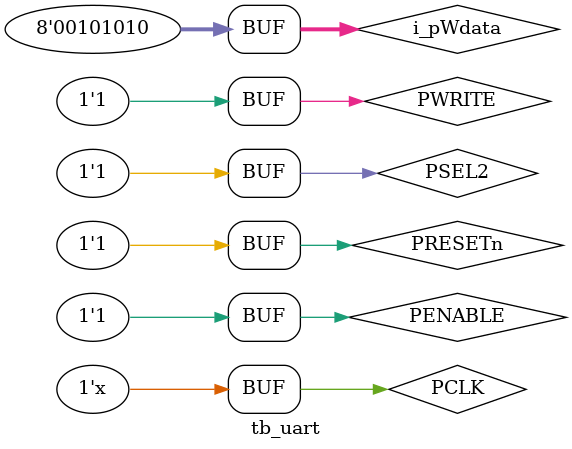
<source format=v>
`include "UART.v" 

module tb_uart();
/*
    input PCLK,
    input PSEL2,
    input PENABLE,
    input [7:0] PADDR,
    input PWRITE,
    input PRESETn,
    input [7:0] PWDATA,
    output reg [7:0] PRDATA,
    output PREADY,

    output reg rx_done,
    output reg tx_done,

    input rx,
    output tx
*/
 	reg PCLK,PRESETn,PSEL2,PENABLE,PWRITE,PADDR;
	reg     [7:0] i_pWdata;

 	wire    [7:0] o_rx; //PRDATA ==> uart rx output
    wire o_tx,i_rx;
    wire o_rx_done, o_tx_done;  

    wire ready; //PREADY

    initial
        begin
            PCLK = 1;
        end 
    always 
        begin
            #5 PCLK = ~PCLK;
        end
  
    initial
        begin
            $monitor("%b %b %b %b %b %b %b", PCLK, PSEL2, PENABLE, PWRITE, i_pWdata,i_rx,ready);
            i_pWdata<= 8'b00101010;
            PSEL2 <= 1'b1;
            PRESETn <= 1'b1;
            PENABLE<=1;
            PWRITE <= 1'b1;
        end
/*
    input PCLK,
    input PSEL2,
    input PENABLE,
    input [7:0] PADDR,
    input PWRITE,
    input PRESETn,
    input [7:0] PWDATA,
    output reg [7:0] PRDATA, //uart recieve output
    output PREADY,

    output reg rx_done,
    output reg tx_done,

    input rx,
    output tx
*/
UART uartx (
    PCLK,
    PSEL2,
    PENABLE,
    PADDR,
    PWRITE,
    PRESETn,
    i_pWdata,
    o_rx,
    ready,
    o_rx_done,
    o_tx_done,
    i_rx,
    o_tx
);
endmodule

</source>
